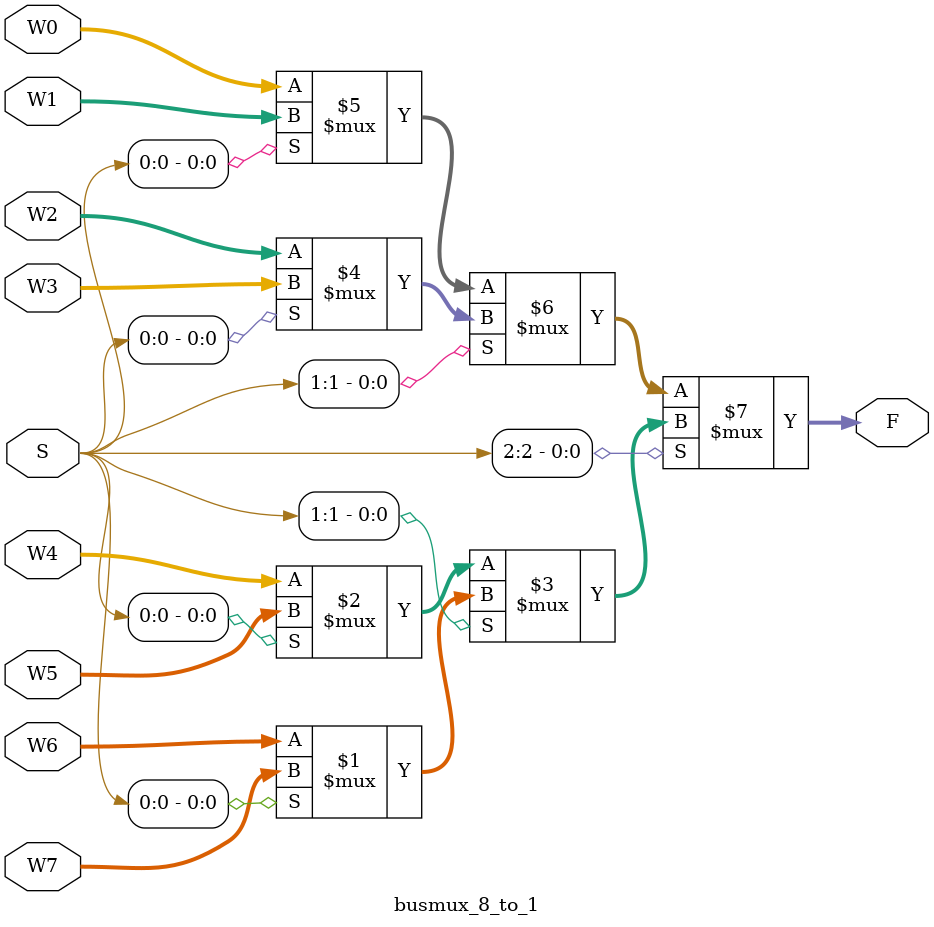
<source format=v>
module busmux_8_to_1(S, W0, W1, W2, W3, W4, W5, W6, W7, F);
	input [2:0] S;
	input [7:0] W0, W1, W2, W3, W4, W5, W6, W7;
	output [7:0] F;
	
	assign F = S[2] ? (S[1] ? (S[0] ? W7 : W6) : (S[0] ? W5 : W4)) : (S[1] ? (S[0] ? W3 : W2) : (S[0] ? W1 : W0));
endmodule
</source>
